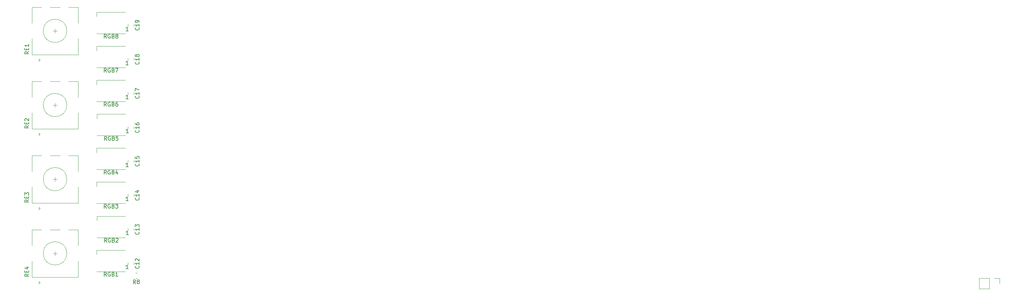
<source format=gbr>
%TF.GenerationSoftware,KiCad,Pcbnew,5.1.9-73d0e3b20d~88~ubuntu20.04.1*%
%TF.CreationDate,2021-02-21T13:43:44-08:00*%
%TF.ProjectId,KB_Lightbar_1,4b425f4c-6967-4687-9462-61725f312e6b,rev?*%
%TF.SameCoordinates,Original*%
%TF.FileFunction,Legend,Top*%
%TF.FilePolarity,Positive*%
%FSLAX46Y46*%
G04 Gerber Fmt 4.6, Leading zero omitted, Abs format (unit mm)*
G04 Created by KiCad (PCBNEW 5.1.9-73d0e3b20d~88~ubuntu20.04.1) date 2021-02-21 13:43:44*
%MOMM*%
%LPD*%
G01*
G04 APERTURE LIST*
%ADD10C,0.120000*%
%ADD11C,0.150000*%
G04 APERTURE END LIST*
D10*
%TO.C,C19*%
X28929000Y277944252D02*
X28929000Y277421748D01*
X27459000Y277944252D02*
X27459000Y277421748D01*
%TO.C,C18*%
X28929000Y269181252D02*
X28929000Y268658748D01*
X27459000Y269181252D02*
X27459000Y268658748D01*
%TO.C,C17*%
X28929000Y260418252D02*
X28929000Y259895748D01*
X27459000Y260418252D02*
X27459000Y259895748D01*
%TO.C,C16*%
X28929000Y251655252D02*
X28929000Y251132748D01*
X27459000Y251655252D02*
X27459000Y251132748D01*
%TO.C,C15*%
X28929000Y243019252D02*
X28929000Y242496748D01*
X27459000Y243019252D02*
X27459000Y242496748D01*
%TO.C,C14*%
X28929000Y234256252D02*
X28929000Y233733748D01*
X27459000Y234256252D02*
X27459000Y233733748D01*
%TO.C,C13*%
X28929000Y225493252D02*
X28929000Y224970748D01*
X27459000Y225493252D02*
X27459000Y224970748D01*
%TO.C,C12*%
X28929000Y216730252D02*
X28929000Y216207748D01*
X27459000Y216730252D02*
X27459000Y216207748D01*
%TO.C,J1*%
X251266000Y212658000D02*
X251266000Y211328000D01*
X249936000Y212658000D02*
X251266000Y212658000D01*
X248666000Y212658000D02*
X248666000Y209998000D01*
X248666000Y209998000D02*
X246066000Y209998000D01*
X248666000Y212658000D02*
X246066000Y212658000D01*
X246066000Y212658000D02*
X246066000Y209998000D01*
%TO.C,R8*%
X29818064Y212625000D02*
X29363936Y212625000D01*
X29818064Y214095000D02*
X29363936Y214095000D01*
%TO.C,RGB7*%
X19432249Y272307501D02*
X19432249Y271157501D01*
X26732249Y272307501D02*
X19432249Y272307501D01*
X26732249Y266807501D02*
X19432249Y266807501D01*
%TO.C,RGB6*%
X19432250Y263576249D02*
X19432250Y262426249D01*
X26732250Y263576249D02*
X19432250Y263576249D01*
X26732250Y258076249D02*
X19432250Y258076249D01*
%TO.C,RGB5*%
X19501000Y254832500D02*
X19501000Y253682500D01*
X26801000Y254832500D02*
X19501000Y254832500D01*
X26801000Y249332500D02*
X19501000Y249332500D01*
%TO.C,RGB4*%
X19432250Y246113750D02*
X19432250Y244963750D01*
X26732250Y246113750D02*
X19432250Y246113750D01*
X26732250Y240613750D02*
X19432250Y240613750D01*
%TO.C,RGB3*%
X19432250Y237382500D02*
X19432250Y236232500D01*
X26732250Y237382500D02*
X19432250Y237382500D01*
X26732250Y231882500D02*
X19432250Y231882500D01*
%TO.C,RGB2*%
X19501000Y228651251D02*
X19501000Y227501251D01*
X26801000Y228651251D02*
X19501000Y228651251D01*
X26801000Y223151251D02*
X19501000Y223151251D01*
%TO.C,RGB8*%
X19432249Y281038750D02*
X19432249Y279888750D01*
X26732249Y281038750D02*
X19432249Y281038750D01*
X26732249Y275538750D02*
X19432249Y275538750D01*
%TO.C,RGB1*%
X19432250Y219920000D02*
X19432250Y218770000D01*
X26732250Y219920000D02*
X19432250Y219920000D01*
X26732250Y214420000D02*
X19432250Y214420000D01*
%TO.C,RE4*%
X11723000Y219082000D02*
G75*
G03*
X11723000Y219082000I-3000000J0D01*
G01*
X2823000Y221082000D02*
X2823000Y225182000D01*
X14623000Y225182000D02*
X14623000Y221082000D01*
X14623000Y217082000D02*
X14623000Y212982000D01*
X2823000Y217082000D02*
X2823000Y212982000D01*
X2823000Y212982000D02*
X14623000Y212982000D01*
X4923000Y211582000D02*
X4623000Y211282000D01*
X4623000Y211282000D02*
X4623000Y211882000D01*
X4623000Y211882000D02*
X4923000Y211582000D01*
X2823000Y225182000D02*
X5223000Y225182000D01*
X7423000Y225182000D02*
X10023000Y225182000D01*
X12223000Y225182000D02*
X14623000Y225182000D01*
X8223000Y219082000D02*
X9223000Y219082000D01*
X8723000Y218582000D02*
X8723000Y219582000D01*
%TO.C,RE3*%
X11723000Y238132000D02*
G75*
G03*
X11723000Y238132000I-3000000J0D01*
G01*
X2823000Y240132000D02*
X2823000Y244232000D01*
X14623000Y244232000D02*
X14623000Y240132000D01*
X14623000Y236132000D02*
X14623000Y232032000D01*
X2823000Y236132000D02*
X2823000Y232032000D01*
X2823000Y232032000D02*
X14623000Y232032000D01*
X4923000Y230632000D02*
X4623000Y230332000D01*
X4623000Y230332000D02*
X4623000Y230932000D01*
X4623000Y230932000D02*
X4923000Y230632000D01*
X2823000Y244232000D02*
X5223000Y244232000D01*
X7423000Y244232000D02*
X10023000Y244232000D01*
X12223000Y244232000D02*
X14623000Y244232000D01*
X8223000Y238132000D02*
X9223000Y238132000D01*
X8723000Y237632000D02*
X8723000Y238632000D01*
%TO.C,RE2*%
X11723000Y257182000D02*
G75*
G03*
X11723000Y257182000I-3000000J0D01*
G01*
X2823000Y259182000D02*
X2823000Y263282000D01*
X14623000Y263282000D02*
X14623000Y259182000D01*
X14623000Y255182000D02*
X14623000Y251082000D01*
X2823000Y255182000D02*
X2823000Y251082000D01*
X2823000Y251082000D02*
X14623000Y251082000D01*
X4923000Y249682000D02*
X4623000Y249382000D01*
X4623000Y249382000D02*
X4623000Y249982000D01*
X4623000Y249982000D02*
X4923000Y249682000D01*
X2823000Y263282000D02*
X5223000Y263282000D01*
X7423000Y263282000D02*
X10023000Y263282000D01*
X12223000Y263282000D02*
X14623000Y263282000D01*
X8223000Y257182000D02*
X9223000Y257182000D01*
X8723000Y256682000D02*
X8723000Y257682000D01*
%TO.C,RE1*%
X11723000Y276232000D02*
G75*
G03*
X11723000Y276232000I-3000000J0D01*
G01*
X2823000Y278232000D02*
X2823000Y282332000D01*
X14623000Y282332000D02*
X14623000Y278232000D01*
X14623000Y274232000D02*
X14623000Y270132000D01*
X2823000Y274232000D02*
X2823000Y270132000D01*
X2823000Y270132000D02*
X14623000Y270132000D01*
X4923000Y268732000D02*
X4623000Y268432000D01*
X4623000Y268432000D02*
X4623000Y269032000D01*
X4623000Y269032000D02*
X4923000Y268732000D01*
X2823000Y282332000D02*
X5223000Y282332000D01*
X7423000Y282332000D02*
X10023000Y282332000D01*
X12223000Y282332000D02*
X14623000Y282332000D01*
X8223000Y276232000D02*
X9223000Y276232000D01*
X8723000Y275732000D02*
X8723000Y276732000D01*
%TO.C,C19*%
D11*
X30231142Y277040142D02*
X30278761Y276992523D01*
X30326380Y276849666D01*
X30326380Y276754428D01*
X30278761Y276611571D01*
X30183523Y276516333D01*
X30088285Y276468714D01*
X29897809Y276421095D01*
X29754952Y276421095D01*
X29564476Y276468714D01*
X29469238Y276516333D01*
X29374000Y276611571D01*
X29326380Y276754428D01*
X29326380Y276849666D01*
X29374000Y276992523D01*
X29421619Y277040142D01*
X30326380Y277992523D02*
X30326380Y277421095D01*
X30326380Y277706809D02*
X29326380Y277706809D01*
X29469238Y277611571D01*
X29564476Y277516333D01*
X29612095Y277421095D01*
X30326380Y278468714D02*
X30326380Y278659190D01*
X30278761Y278754428D01*
X30231142Y278802047D01*
X30088285Y278897285D01*
X29897809Y278944904D01*
X29516857Y278944904D01*
X29421619Y278897285D01*
X29374000Y278849666D01*
X29326380Y278754428D01*
X29326380Y278563952D01*
X29374000Y278468714D01*
X29421619Y278421095D01*
X29516857Y278373476D01*
X29754952Y278373476D01*
X29850190Y278421095D01*
X29897809Y278468714D01*
X29945428Y278563952D01*
X29945428Y278754428D01*
X29897809Y278849666D01*
X29850190Y278897285D01*
X29754952Y278944904D01*
%TO.C,C18*%
X30231142Y268277142D02*
X30278761Y268229523D01*
X30326380Y268086666D01*
X30326380Y267991428D01*
X30278761Y267848571D01*
X30183523Y267753333D01*
X30088285Y267705714D01*
X29897809Y267658095D01*
X29754952Y267658095D01*
X29564476Y267705714D01*
X29469238Y267753333D01*
X29374000Y267848571D01*
X29326380Y267991428D01*
X29326380Y268086666D01*
X29374000Y268229523D01*
X29421619Y268277142D01*
X30326380Y269229523D02*
X30326380Y268658095D01*
X30326380Y268943809D02*
X29326380Y268943809D01*
X29469238Y268848571D01*
X29564476Y268753333D01*
X29612095Y268658095D01*
X29754952Y269800952D02*
X29707333Y269705714D01*
X29659714Y269658095D01*
X29564476Y269610476D01*
X29516857Y269610476D01*
X29421619Y269658095D01*
X29374000Y269705714D01*
X29326380Y269800952D01*
X29326380Y269991428D01*
X29374000Y270086666D01*
X29421619Y270134285D01*
X29516857Y270181904D01*
X29564476Y270181904D01*
X29659714Y270134285D01*
X29707333Y270086666D01*
X29754952Y269991428D01*
X29754952Y269800952D01*
X29802571Y269705714D01*
X29850190Y269658095D01*
X29945428Y269610476D01*
X30135904Y269610476D01*
X30231142Y269658095D01*
X30278761Y269705714D01*
X30326380Y269800952D01*
X30326380Y269991428D01*
X30278761Y270086666D01*
X30231142Y270134285D01*
X30135904Y270181904D01*
X29945428Y270181904D01*
X29850190Y270134285D01*
X29802571Y270086666D01*
X29754952Y269991428D01*
%TO.C,C17*%
X30231142Y259514142D02*
X30278761Y259466523D01*
X30326380Y259323666D01*
X30326380Y259228428D01*
X30278761Y259085571D01*
X30183523Y258990333D01*
X30088285Y258942714D01*
X29897809Y258895095D01*
X29754952Y258895095D01*
X29564476Y258942714D01*
X29469238Y258990333D01*
X29374000Y259085571D01*
X29326380Y259228428D01*
X29326380Y259323666D01*
X29374000Y259466523D01*
X29421619Y259514142D01*
X30326380Y260466523D02*
X30326380Y259895095D01*
X30326380Y260180809D02*
X29326380Y260180809D01*
X29469238Y260085571D01*
X29564476Y259990333D01*
X29612095Y259895095D01*
X29326380Y260799857D02*
X29326380Y261466523D01*
X30326380Y261037952D01*
%TO.C,C16*%
X30231142Y250751142D02*
X30278761Y250703523D01*
X30326380Y250560666D01*
X30326380Y250465428D01*
X30278761Y250322571D01*
X30183523Y250227333D01*
X30088285Y250179714D01*
X29897809Y250132095D01*
X29754952Y250132095D01*
X29564476Y250179714D01*
X29469238Y250227333D01*
X29374000Y250322571D01*
X29326380Y250465428D01*
X29326380Y250560666D01*
X29374000Y250703523D01*
X29421619Y250751142D01*
X30326380Y251703523D02*
X30326380Y251132095D01*
X30326380Y251417809D02*
X29326380Y251417809D01*
X29469238Y251322571D01*
X29564476Y251227333D01*
X29612095Y251132095D01*
X29326380Y252560666D02*
X29326380Y252370190D01*
X29374000Y252274952D01*
X29421619Y252227333D01*
X29564476Y252132095D01*
X29754952Y252084476D01*
X30135904Y252084476D01*
X30231142Y252132095D01*
X30278761Y252179714D01*
X30326380Y252274952D01*
X30326380Y252465428D01*
X30278761Y252560666D01*
X30231142Y252608285D01*
X30135904Y252655904D01*
X29897809Y252655904D01*
X29802571Y252608285D01*
X29754952Y252560666D01*
X29707333Y252465428D01*
X29707333Y252274952D01*
X29754952Y252179714D01*
X29802571Y252132095D01*
X29897809Y252084476D01*
%TO.C,C15*%
X30231142Y242115142D02*
X30278761Y242067523D01*
X30326380Y241924666D01*
X30326380Y241829428D01*
X30278761Y241686571D01*
X30183523Y241591333D01*
X30088285Y241543714D01*
X29897809Y241496095D01*
X29754952Y241496095D01*
X29564476Y241543714D01*
X29469238Y241591333D01*
X29374000Y241686571D01*
X29326380Y241829428D01*
X29326380Y241924666D01*
X29374000Y242067523D01*
X29421619Y242115142D01*
X30326380Y243067523D02*
X30326380Y242496095D01*
X30326380Y242781809D02*
X29326380Y242781809D01*
X29469238Y242686571D01*
X29564476Y242591333D01*
X29612095Y242496095D01*
X29326380Y243972285D02*
X29326380Y243496095D01*
X29802571Y243448476D01*
X29754952Y243496095D01*
X29707333Y243591333D01*
X29707333Y243829428D01*
X29754952Y243924666D01*
X29802571Y243972285D01*
X29897809Y244019904D01*
X30135904Y244019904D01*
X30231142Y243972285D01*
X30278761Y243924666D01*
X30326380Y243829428D01*
X30326380Y243591333D01*
X30278761Y243496095D01*
X30231142Y243448476D01*
%TO.C,C14*%
X30231142Y233352142D02*
X30278761Y233304523D01*
X30326380Y233161666D01*
X30326380Y233066428D01*
X30278761Y232923571D01*
X30183523Y232828333D01*
X30088285Y232780714D01*
X29897809Y232733095D01*
X29754952Y232733095D01*
X29564476Y232780714D01*
X29469238Y232828333D01*
X29374000Y232923571D01*
X29326380Y233066428D01*
X29326380Y233161666D01*
X29374000Y233304523D01*
X29421619Y233352142D01*
X30326380Y234304523D02*
X30326380Y233733095D01*
X30326380Y234018809D02*
X29326380Y234018809D01*
X29469238Y233923571D01*
X29564476Y233828333D01*
X29612095Y233733095D01*
X29659714Y235161666D02*
X30326380Y235161666D01*
X29278761Y234923571D02*
X29993047Y234685476D01*
X29993047Y235304523D01*
%TO.C,C13*%
X30231142Y224589142D02*
X30278761Y224541523D01*
X30326380Y224398666D01*
X30326380Y224303428D01*
X30278761Y224160571D01*
X30183523Y224065333D01*
X30088285Y224017714D01*
X29897809Y223970095D01*
X29754952Y223970095D01*
X29564476Y224017714D01*
X29469238Y224065333D01*
X29374000Y224160571D01*
X29326380Y224303428D01*
X29326380Y224398666D01*
X29374000Y224541523D01*
X29421619Y224589142D01*
X30326380Y225541523D02*
X30326380Y224970095D01*
X30326380Y225255809D02*
X29326380Y225255809D01*
X29469238Y225160571D01*
X29564476Y225065333D01*
X29612095Y224970095D01*
X29326380Y225874857D02*
X29326380Y226493904D01*
X29707333Y226160571D01*
X29707333Y226303428D01*
X29754952Y226398666D01*
X29802571Y226446285D01*
X29897809Y226493904D01*
X30135904Y226493904D01*
X30231142Y226446285D01*
X30278761Y226398666D01*
X30326380Y226303428D01*
X30326380Y226017714D01*
X30278761Y225922476D01*
X30231142Y225874857D01*
%TO.C,C12*%
X30231142Y215826142D02*
X30278761Y215778523D01*
X30326380Y215635666D01*
X30326380Y215540428D01*
X30278761Y215397571D01*
X30183523Y215302333D01*
X30088285Y215254714D01*
X29897809Y215207095D01*
X29754952Y215207095D01*
X29564476Y215254714D01*
X29469238Y215302333D01*
X29374000Y215397571D01*
X29326380Y215540428D01*
X29326380Y215635666D01*
X29374000Y215778523D01*
X29421619Y215826142D01*
X30326380Y216778523D02*
X30326380Y216207095D01*
X30326380Y216492809D02*
X29326380Y216492809D01*
X29469238Y216397571D01*
X29564476Y216302333D01*
X29612095Y216207095D01*
X29421619Y217159476D02*
X29374000Y217207095D01*
X29326380Y217302333D01*
X29326380Y217540428D01*
X29374000Y217635666D01*
X29421619Y217683285D01*
X29516857Y217730904D01*
X29612095Y217730904D01*
X29754952Y217683285D01*
X30326380Y217111857D01*
X30326380Y217730904D01*
%TO.C,R8*%
X29424333Y211257619D02*
X29091000Y211733809D01*
X28852904Y211257619D02*
X28852904Y212257619D01*
X29233857Y212257619D01*
X29329095Y212210000D01*
X29376714Y212162380D01*
X29424333Y212067142D01*
X29424333Y211924285D01*
X29376714Y211829047D01*
X29329095Y211781428D01*
X29233857Y211733809D01*
X28852904Y211733809D01*
X29995761Y211829047D02*
X29900523Y211876666D01*
X29852904Y211924285D01*
X29805285Y212019523D01*
X29805285Y212067142D01*
X29852904Y212162380D01*
X29900523Y212210000D01*
X29995761Y212257619D01*
X30186238Y212257619D01*
X30281476Y212210000D01*
X30329095Y212162380D01*
X30376714Y212067142D01*
X30376714Y212019523D01*
X30329095Y211924285D01*
X30281476Y211876666D01*
X30186238Y211829047D01*
X29995761Y211829047D01*
X29900523Y211781428D01*
X29852904Y211733809D01*
X29805285Y211638571D01*
X29805285Y211448095D01*
X29852904Y211352857D01*
X29900523Y211305238D01*
X29995761Y211257619D01*
X30186238Y211257619D01*
X30281476Y211305238D01*
X30329095Y211352857D01*
X30376714Y211448095D01*
X30376714Y211638571D01*
X30329095Y211733809D01*
X30281476Y211781428D01*
X30186238Y211829047D01*
%TO.C,RGB7*%
X21915582Y265605120D02*
X21582249Y266081310D01*
X21344153Y265605120D02*
X21344153Y266605120D01*
X21725106Y266605120D01*
X21820344Y266557501D01*
X21867963Y266509881D01*
X21915582Y266414643D01*
X21915582Y266271786D01*
X21867963Y266176548D01*
X21820344Y266128929D01*
X21725106Y266081310D01*
X21344153Y266081310D01*
X22867963Y266557501D02*
X22772725Y266605120D01*
X22629868Y266605120D01*
X22487010Y266557501D01*
X22391772Y266462262D01*
X22344153Y266367024D01*
X22296534Y266176548D01*
X22296534Y266033691D01*
X22344153Y265843215D01*
X22391772Y265747977D01*
X22487010Y265652739D01*
X22629868Y265605120D01*
X22725106Y265605120D01*
X22867963Y265652739D01*
X22915582Y265700358D01*
X22915582Y266033691D01*
X22725106Y266033691D01*
X23677487Y266128929D02*
X23820344Y266081310D01*
X23867963Y266033691D01*
X23915582Y265938453D01*
X23915582Y265795596D01*
X23867963Y265700358D01*
X23820344Y265652739D01*
X23725106Y265605120D01*
X23344153Y265605120D01*
X23344153Y266605120D01*
X23677487Y266605120D01*
X23772725Y266557501D01*
X23820344Y266509881D01*
X23867963Y266414643D01*
X23867963Y266319405D01*
X23820344Y266224167D01*
X23772725Y266176548D01*
X23677487Y266128929D01*
X23344153Y266128929D01*
X24248915Y266605120D02*
X24915582Y266605120D01*
X24487010Y265605120D01*
X27517963Y267505120D02*
X26946534Y267505120D01*
X27232249Y267505120D02*
X27232249Y268505120D01*
X27137010Y268362262D01*
X27041772Y268267024D01*
X26946534Y268219405D01*
%TO.C,RGB6*%
X21915583Y256873868D02*
X21582250Y257350058D01*
X21344154Y256873868D02*
X21344154Y257873868D01*
X21725107Y257873868D01*
X21820345Y257826249D01*
X21867964Y257778629D01*
X21915583Y257683391D01*
X21915583Y257540534D01*
X21867964Y257445296D01*
X21820345Y257397677D01*
X21725107Y257350058D01*
X21344154Y257350058D01*
X22867964Y257826249D02*
X22772726Y257873868D01*
X22629869Y257873868D01*
X22487011Y257826249D01*
X22391773Y257731010D01*
X22344154Y257635772D01*
X22296535Y257445296D01*
X22296535Y257302439D01*
X22344154Y257111963D01*
X22391773Y257016725D01*
X22487011Y256921487D01*
X22629869Y256873868D01*
X22725107Y256873868D01*
X22867964Y256921487D01*
X22915583Y256969106D01*
X22915583Y257302439D01*
X22725107Y257302439D01*
X23677488Y257397677D02*
X23820345Y257350058D01*
X23867964Y257302439D01*
X23915583Y257207201D01*
X23915583Y257064344D01*
X23867964Y256969106D01*
X23820345Y256921487D01*
X23725107Y256873868D01*
X23344154Y256873868D01*
X23344154Y257873868D01*
X23677488Y257873868D01*
X23772726Y257826249D01*
X23820345Y257778629D01*
X23867964Y257683391D01*
X23867964Y257588153D01*
X23820345Y257492915D01*
X23772726Y257445296D01*
X23677488Y257397677D01*
X23344154Y257397677D01*
X24772726Y257873868D02*
X24582250Y257873868D01*
X24487011Y257826249D01*
X24439392Y257778629D01*
X24344154Y257635772D01*
X24296535Y257445296D01*
X24296535Y257064344D01*
X24344154Y256969106D01*
X24391773Y256921487D01*
X24487011Y256873868D01*
X24677488Y256873868D01*
X24772726Y256921487D01*
X24820345Y256969106D01*
X24867964Y257064344D01*
X24867964Y257302439D01*
X24820345Y257397677D01*
X24772726Y257445296D01*
X24677488Y257492915D01*
X24487011Y257492915D01*
X24391773Y257445296D01*
X24344154Y257397677D01*
X24296535Y257302439D01*
X27517964Y258773868D02*
X26946535Y258773868D01*
X27232250Y258773868D02*
X27232250Y259773868D01*
X27137011Y259631010D01*
X27041773Y259535772D01*
X26946535Y259488153D01*
%TO.C,RGB5*%
X21984333Y248130119D02*
X21651000Y248606309D01*
X21412904Y248130119D02*
X21412904Y249130119D01*
X21793857Y249130119D01*
X21889095Y249082500D01*
X21936714Y249034880D01*
X21984333Y248939642D01*
X21984333Y248796785D01*
X21936714Y248701547D01*
X21889095Y248653928D01*
X21793857Y248606309D01*
X21412904Y248606309D01*
X22936714Y249082500D02*
X22841476Y249130119D01*
X22698619Y249130119D01*
X22555761Y249082500D01*
X22460523Y248987261D01*
X22412904Y248892023D01*
X22365285Y248701547D01*
X22365285Y248558690D01*
X22412904Y248368214D01*
X22460523Y248272976D01*
X22555761Y248177738D01*
X22698619Y248130119D01*
X22793857Y248130119D01*
X22936714Y248177738D01*
X22984333Y248225357D01*
X22984333Y248558690D01*
X22793857Y248558690D01*
X23746238Y248653928D02*
X23889095Y248606309D01*
X23936714Y248558690D01*
X23984333Y248463452D01*
X23984333Y248320595D01*
X23936714Y248225357D01*
X23889095Y248177738D01*
X23793857Y248130119D01*
X23412904Y248130119D01*
X23412904Y249130119D01*
X23746238Y249130119D01*
X23841476Y249082500D01*
X23889095Y249034880D01*
X23936714Y248939642D01*
X23936714Y248844404D01*
X23889095Y248749166D01*
X23841476Y248701547D01*
X23746238Y248653928D01*
X23412904Y248653928D01*
X24889095Y249130119D02*
X24412904Y249130119D01*
X24365285Y248653928D01*
X24412904Y248701547D01*
X24508142Y248749166D01*
X24746238Y248749166D01*
X24841476Y248701547D01*
X24889095Y248653928D01*
X24936714Y248558690D01*
X24936714Y248320595D01*
X24889095Y248225357D01*
X24841476Y248177738D01*
X24746238Y248130119D01*
X24508142Y248130119D01*
X24412904Y248177738D01*
X24365285Y248225357D01*
X27586714Y250030119D02*
X27015285Y250030119D01*
X27301000Y250030119D02*
X27301000Y251030119D01*
X27205761Y250887261D01*
X27110523Y250792023D01*
X27015285Y250744404D01*
%TO.C,RGB4*%
X21915583Y239411369D02*
X21582250Y239887559D01*
X21344154Y239411369D02*
X21344154Y240411369D01*
X21725107Y240411369D01*
X21820345Y240363750D01*
X21867964Y240316130D01*
X21915583Y240220892D01*
X21915583Y240078035D01*
X21867964Y239982797D01*
X21820345Y239935178D01*
X21725107Y239887559D01*
X21344154Y239887559D01*
X22867964Y240363750D02*
X22772726Y240411369D01*
X22629869Y240411369D01*
X22487011Y240363750D01*
X22391773Y240268511D01*
X22344154Y240173273D01*
X22296535Y239982797D01*
X22296535Y239839940D01*
X22344154Y239649464D01*
X22391773Y239554226D01*
X22487011Y239458988D01*
X22629869Y239411369D01*
X22725107Y239411369D01*
X22867964Y239458988D01*
X22915583Y239506607D01*
X22915583Y239839940D01*
X22725107Y239839940D01*
X23677488Y239935178D02*
X23820345Y239887559D01*
X23867964Y239839940D01*
X23915583Y239744702D01*
X23915583Y239601845D01*
X23867964Y239506607D01*
X23820345Y239458988D01*
X23725107Y239411369D01*
X23344154Y239411369D01*
X23344154Y240411369D01*
X23677488Y240411369D01*
X23772726Y240363750D01*
X23820345Y240316130D01*
X23867964Y240220892D01*
X23867964Y240125654D01*
X23820345Y240030416D01*
X23772726Y239982797D01*
X23677488Y239935178D01*
X23344154Y239935178D01*
X24772726Y240078035D02*
X24772726Y239411369D01*
X24534630Y240458988D02*
X24296535Y239744702D01*
X24915583Y239744702D01*
X27517964Y241311369D02*
X26946535Y241311369D01*
X27232250Y241311369D02*
X27232250Y242311369D01*
X27137011Y242168511D01*
X27041773Y242073273D01*
X26946535Y242025654D01*
%TO.C,RGB3*%
X21915583Y230680119D02*
X21582250Y231156309D01*
X21344154Y230680119D02*
X21344154Y231680119D01*
X21725107Y231680119D01*
X21820345Y231632500D01*
X21867964Y231584880D01*
X21915583Y231489642D01*
X21915583Y231346785D01*
X21867964Y231251547D01*
X21820345Y231203928D01*
X21725107Y231156309D01*
X21344154Y231156309D01*
X22867964Y231632500D02*
X22772726Y231680119D01*
X22629869Y231680119D01*
X22487011Y231632500D01*
X22391773Y231537261D01*
X22344154Y231442023D01*
X22296535Y231251547D01*
X22296535Y231108690D01*
X22344154Y230918214D01*
X22391773Y230822976D01*
X22487011Y230727738D01*
X22629869Y230680119D01*
X22725107Y230680119D01*
X22867964Y230727738D01*
X22915583Y230775357D01*
X22915583Y231108690D01*
X22725107Y231108690D01*
X23677488Y231203928D02*
X23820345Y231156309D01*
X23867964Y231108690D01*
X23915583Y231013452D01*
X23915583Y230870595D01*
X23867964Y230775357D01*
X23820345Y230727738D01*
X23725107Y230680119D01*
X23344154Y230680119D01*
X23344154Y231680119D01*
X23677488Y231680119D01*
X23772726Y231632500D01*
X23820345Y231584880D01*
X23867964Y231489642D01*
X23867964Y231394404D01*
X23820345Y231299166D01*
X23772726Y231251547D01*
X23677488Y231203928D01*
X23344154Y231203928D01*
X24248916Y231680119D02*
X24867964Y231680119D01*
X24534630Y231299166D01*
X24677488Y231299166D01*
X24772726Y231251547D01*
X24820345Y231203928D01*
X24867964Y231108690D01*
X24867964Y230870595D01*
X24820345Y230775357D01*
X24772726Y230727738D01*
X24677488Y230680119D01*
X24391773Y230680119D01*
X24296535Y230727738D01*
X24248916Y230775357D01*
X27517964Y232580119D02*
X26946535Y232580119D01*
X27232250Y232580119D02*
X27232250Y233580119D01*
X27137011Y233437261D01*
X27041773Y233342023D01*
X26946535Y233294404D01*
%TO.C,RGB2*%
X21984333Y221948870D02*
X21651000Y222425060D01*
X21412904Y221948870D02*
X21412904Y222948870D01*
X21793857Y222948870D01*
X21889095Y222901251D01*
X21936714Y222853631D01*
X21984333Y222758393D01*
X21984333Y222615536D01*
X21936714Y222520298D01*
X21889095Y222472679D01*
X21793857Y222425060D01*
X21412904Y222425060D01*
X22936714Y222901251D02*
X22841476Y222948870D01*
X22698619Y222948870D01*
X22555761Y222901251D01*
X22460523Y222806012D01*
X22412904Y222710774D01*
X22365285Y222520298D01*
X22365285Y222377441D01*
X22412904Y222186965D01*
X22460523Y222091727D01*
X22555761Y221996489D01*
X22698619Y221948870D01*
X22793857Y221948870D01*
X22936714Y221996489D01*
X22984333Y222044108D01*
X22984333Y222377441D01*
X22793857Y222377441D01*
X23746238Y222472679D02*
X23889095Y222425060D01*
X23936714Y222377441D01*
X23984333Y222282203D01*
X23984333Y222139346D01*
X23936714Y222044108D01*
X23889095Y221996489D01*
X23793857Y221948870D01*
X23412904Y221948870D01*
X23412904Y222948870D01*
X23746238Y222948870D01*
X23841476Y222901251D01*
X23889095Y222853631D01*
X23936714Y222758393D01*
X23936714Y222663155D01*
X23889095Y222567917D01*
X23841476Y222520298D01*
X23746238Y222472679D01*
X23412904Y222472679D01*
X24365285Y222853631D02*
X24412904Y222901251D01*
X24508142Y222948870D01*
X24746238Y222948870D01*
X24841476Y222901251D01*
X24889095Y222853631D01*
X24936714Y222758393D01*
X24936714Y222663155D01*
X24889095Y222520298D01*
X24317666Y221948870D01*
X24936714Y221948870D01*
X27586714Y223848870D02*
X27015285Y223848870D01*
X27301000Y223848870D02*
X27301000Y224848870D01*
X27205761Y224706012D01*
X27110523Y224610774D01*
X27015285Y224563155D01*
%TO.C,RGB8*%
X21915582Y274336369D02*
X21582249Y274812559D01*
X21344153Y274336369D02*
X21344153Y275336369D01*
X21725106Y275336369D01*
X21820344Y275288750D01*
X21867963Y275241130D01*
X21915582Y275145892D01*
X21915582Y275003035D01*
X21867963Y274907797D01*
X21820344Y274860178D01*
X21725106Y274812559D01*
X21344153Y274812559D01*
X22867963Y275288750D02*
X22772725Y275336369D01*
X22629868Y275336369D01*
X22487010Y275288750D01*
X22391772Y275193511D01*
X22344153Y275098273D01*
X22296534Y274907797D01*
X22296534Y274764940D01*
X22344153Y274574464D01*
X22391772Y274479226D01*
X22487010Y274383988D01*
X22629868Y274336369D01*
X22725106Y274336369D01*
X22867963Y274383988D01*
X22915582Y274431607D01*
X22915582Y274764940D01*
X22725106Y274764940D01*
X23677487Y274860178D02*
X23820344Y274812559D01*
X23867963Y274764940D01*
X23915582Y274669702D01*
X23915582Y274526845D01*
X23867963Y274431607D01*
X23820344Y274383988D01*
X23725106Y274336369D01*
X23344153Y274336369D01*
X23344153Y275336369D01*
X23677487Y275336369D01*
X23772725Y275288750D01*
X23820344Y275241130D01*
X23867963Y275145892D01*
X23867963Y275050654D01*
X23820344Y274955416D01*
X23772725Y274907797D01*
X23677487Y274860178D01*
X23344153Y274860178D01*
X24487010Y274907797D02*
X24391772Y274955416D01*
X24344153Y275003035D01*
X24296534Y275098273D01*
X24296534Y275145892D01*
X24344153Y275241130D01*
X24391772Y275288750D01*
X24487010Y275336369D01*
X24677487Y275336369D01*
X24772725Y275288750D01*
X24820344Y275241130D01*
X24867963Y275145892D01*
X24867963Y275098273D01*
X24820344Y275003035D01*
X24772725Y274955416D01*
X24677487Y274907797D01*
X24487010Y274907797D01*
X24391772Y274860178D01*
X24344153Y274812559D01*
X24296534Y274717321D01*
X24296534Y274526845D01*
X24344153Y274431607D01*
X24391772Y274383988D01*
X24487010Y274336369D01*
X24677487Y274336369D01*
X24772725Y274383988D01*
X24820344Y274431607D01*
X24867963Y274526845D01*
X24867963Y274717321D01*
X24820344Y274812559D01*
X24772725Y274860178D01*
X24677487Y274907797D01*
X27517963Y276236369D02*
X26946534Y276236369D01*
X27232249Y276236369D02*
X27232249Y277236369D01*
X27137010Y277093511D01*
X27041772Y276998273D01*
X26946534Y276950654D01*
%TO.C,RGB1*%
X21915583Y213217619D02*
X21582250Y213693809D01*
X21344154Y213217619D02*
X21344154Y214217619D01*
X21725107Y214217619D01*
X21820345Y214170000D01*
X21867964Y214122380D01*
X21915583Y214027142D01*
X21915583Y213884285D01*
X21867964Y213789047D01*
X21820345Y213741428D01*
X21725107Y213693809D01*
X21344154Y213693809D01*
X22867964Y214170000D02*
X22772726Y214217619D01*
X22629869Y214217619D01*
X22487011Y214170000D01*
X22391773Y214074761D01*
X22344154Y213979523D01*
X22296535Y213789047D01*
X22296535Y213646190D01*
X22344154Y213455714D01*
X22391773Y213360476D01*
X22487011Y213265238D01*
X22629869Y213217619D01*
X22725107Y213217619D01*
X22867964Y213265238D01*
X22915583Y213312857D01*
X22915583Y213646190D01*
X22725107Y213646190D01*
X23677488Y213741428D02*
X23820345Y213693809D01*
X23867964Y213646190D01*
X23915583Y213550952D01*
X23915583Y213408095D01*
X23867964Y213312857D01*
X23820345Y213265238D01*
X23725107Y213217619D01*
X23344154Y213217619D01*
X23344154Y214217619D01*
X23677488Y214217619D01*
X23772726Y214170000D01*
X23820345Y214122380D01*
X23867964Y214027142D01*
X23867964Y213931904D01*
X23820345Y213836666D01*
X23772726Y213789047D01*
X23677488Y213741428D01*
X23344154Y213741428D01*
X24867964Y213217619D02*
X24296535Y213217619D01*
X24582250Y213217619D02*
X24582250Y214217619D01*
X24487011Y214074761D01*
X24391773Y213979523D01*
X24296535Y213931904D01*
X27517964Y215117619D02*
X26946535Y215117619D01*
X27232250Y215117619D02*
X27232250Y216117619D01*
X27137011Y215974761D01*
X27041773Y215879523D01*
X26946535Y215831904D01*
%TO.C,RE4*%
X1975380Y213762952D02*
X1499190Y213429619D01*
X1975380Y213191523D02*
X975380Y213191523D01*
X975380Y213572476D01*
X1023000Y213667714D01*
X1070619Y213715333D01*
X1165857Y213762952D01*
X1308714Y213762952D01*
X1403952Y213715333D01*
X1451571Y213667714D01*
X1499190Y213572476D01*
X1499190Y213191523D01*
X1451571Y214191523D02*
X1451571Y214524857D01*
X1975380Y214667714D02*
X1975380Y214191523D01*
X975380Y214191523D01*
X975380Y214667714D01*
X1308714Y215524857D02*
X1975380Y215524857D01*
X927761Y215286761D02*
X1642047Y215048666D01*
X1642047Y215667714D01*
%TO.C,RE3*%
X1975380Y232812952D02*
X1499190Y232479619D01*
X1975380Y232241523D02*
X975380Y232241523D01*
X975380Y232622476D01*
X1023000Y232717714D01*
X1070619Y232765333D01*
X1165857Y232812952D01*
X1308714Y232812952D01*
X1403952Y232765333D01*
X1451571Y232717714D01*
X1499190Y232622476D01*
X1499190Y232241523D01*
X1451571Y233241523D02*
X1451571Y233574857D01*
X1975380Y233717714D02*
X1975380Y233241523D01*
X975380Y233241523D01*
X975380Y233717714D01*
X975380Y234051047D02*
X975380Y234670095D01*
X1356333Y234336761D01*
X1356333Y234479619D01*
X1403952Y234574857D01*
X1451571Y234622476D01*
X1546809Y234670095D01*
X1784904Y234670095D01*
X1880142Y234622476D01*
X1927761Y234574857D01*
X1975380Y234479619D01*
X1975380Y234193904D01*
X1927761Y234098666D01*
X1880142Y234051047D01*
%TO.C,RE2*%
X1975380Y251862952D02*
X1499190Y251529619D01*
X1975380Y251291523D02*
X975380Y251291523D01*
X975380Y251672476D01*
X1023000Y251767714D01*
X1070619Y251815333D01*
X1165857Y251862952D01*
X1308714Y251862952D01*
X1403952Y251815333D01*
X1451571Y251767714D01*
X1499190Y251672476D01*
X1499190Y251291523D01*
X1451571Y252291523D02*
X1451571Y252624857D01*
X1975380Y252767714D02*
X1975380Y252291523D01*
X975380Y252291523D01*
X975380Y252767714D01*
X1070619Y253148666D02*
X1023000Y253196285D01*
X975380Y253291523D01*
X975380Y253529619D01*
X1023000Y253624857D01*
X1070619Y253672476D01*
X1165857Y253720095D01*
X1261095Y253720095D01*
X1403952Y253672476D01*
X1975380Y253101047D01*
X1975380Y253720095D01*
%TO.C,RE1*%
X1975380Y270912952D02*
X1499190Y270579619D01*
X1975380Y270341523D02*
X975380Y270341523D01*
X975380Y270722476D01*
X1023000Y270817714D01*
X1070619Y270865333D01*
X1165857Y270912952D01*
X1308714Y270912952D01*
X1403952Y270865333D01*
X1451571Y270817714D01*
X1499190Y270722476D01*
X1499190Y270341523D01*
X1451571Y271341523D02*
X1451571Y271674857D01*
X1975380Y271817714D02*
X1975380Y271341523D01*
X975380Y271341523D01*
X975380Y271817714D01*
X1975380Y272770095D02*
X1975380Y272198666D01*
X1975380Y272484380D02*
X975380Y272484380D01*
X1118238Y272389142D01*
X1213476Y272293904D01*
X1261095Y272198666D01*
%TD*%
M02*

</source>
